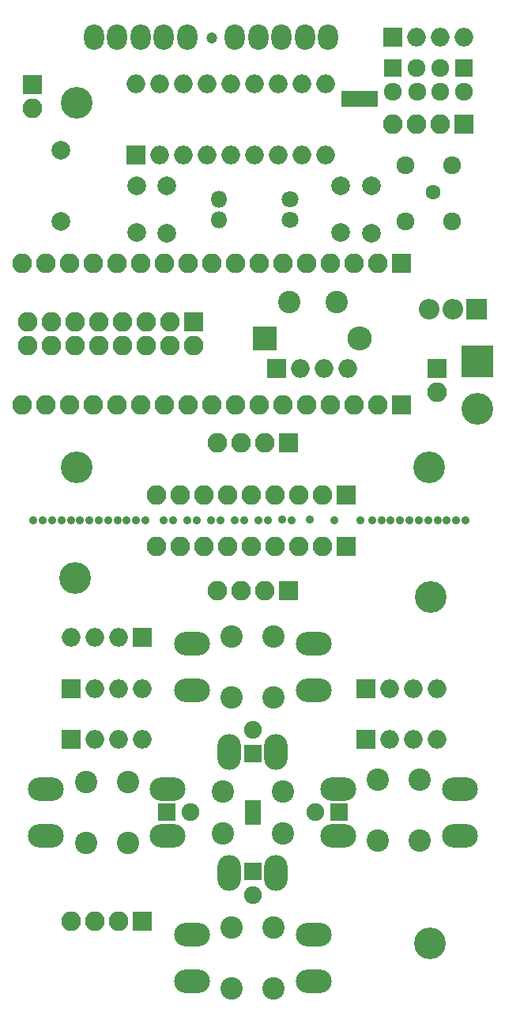
<source format=gbs>
G04 #@! TF.FileFunction,Soldermask,Bot*
%FSLAX45Y45*%
G04 Gerber Fmt 4.5, Leading zero omitted, Abs format (unit mm)*
G04 Created by KiCad (PCBNEW 4.0.6-e0-6349~53~ubuntu16.04.1) date Fri May  5 10:31:02 2017*
%MOMM*%
%LPD*%
G01*
G04 APERTURE LIST*
%ADD10C,0.020000*%
%ADD11R,1.900000X1.900000*%
%ADD12C,1.900000*%
%ADD13C,3.400000*%
%ADD14R,2.100000X2.100000*%
%ADD15O,2.100000X2.100000*%
%ADD16C,2.400000*%
%ADD17O,3.833200X2.514400*%
%ADD18O,2.514400X3.833200*%
%ADD19R,2.000000X2.000000*%
%ADD20O,2.000000X2.000000*%
%ADD21R,3.400000X3.400000*%
%ADD22R,2.600000X2.600000*%
%ADD23O,2.600000X2.600000*%
%ADD24C,1.924000*%
%ADD25C,2.000000*%
%ADD26C,1.800000*%
%ADD27O,1.800000X1.800000*%
%ADD28C,2.000200*%
%ADD29O,2.124000X2.710000*%
%ADD30R,1.924000X1.924000*%
%ADD31R,1.670000X1.370000*%
%ADD32R,2.200000X2.200000*%
%ADD33O,2.200000X2.200000*%
%ADD34R,1.370000X1.670000*%
%ADD35C,1.200000*%
%ADD36C,1.600000*%
%ADD37C,0.900000*%
G04 APERTURE END LIST*
D10*
D11*
X13425600Y-12099544D03*
D12*
X13171600Y-12099544D03*
D11*
X12500000Y-11468100D03*
D12*
X12500000Y-11214100D03*
D11*
X11574400Y-12099544D03*
D12*
X11828400Y-12099544D03*
D11*
X12500000Y-12735560D03*
D12*
X12500000Y-12989560D03*
D13*
X14400306Y-13500608D03*
D14*
X11316716Y-13267980D03*
D15*
X11062716Y-13267980D03*
X10808716Y-13267980D03*
X10554716Y-13267980D03*
D16*
X12725000Y-13985120D03*
X12275000Y-13985120D03*
X12725000Y-13335120D03*
X12275000Y-13335120D03*
D17*
X11850356Y-13412660D03*
X11850356Y-13912660D03*
X13150356Y-13912660D03*
X13150356Y-13412660D03*
D16*
X11160400Y-12424544D03*
X10710400Y-12424544D03*
X11160400Y-11774544D03*
X10710400Y-11774544D03*
D17*
X10285716Y-11850814D03*
X10285716Y-12350814D03*
X11585716Y-12350814D03*
X11585716Y-11850814D03*
D16*
X12175000Y-12324544D03*
X12175000Y-11874544D03*
X12825000Y-12324544D03*
X12825000Y-11874544D03*
D18*
X12750000Y-11449544D03*
X12250000Y-11449544D03*
X12250000Y-12749544D03*
X12750000Y-12749544D03*
D19*
X10552176Y-11320272D03*
D20*
X10806176Y-11320272D03*
X11060176Y-11320272D03*
X11314176Y-11320272D03*
D19*
X10552176Y-10774680D03*
D20*
X10806176Y-10774680D03*
X11060176Y-10774680D03*
X11314176Y-10774680D03*
D16*
X13839600Y-11749540D03*
X14289600Y-11749540D03*
X13839600Y-12399540D03*
X14289600Y-12399540D03*
D17*
X14714996Y-12348020D03*
X14714996Y-11848020D03*
X13414996Y-11848020D03*
X13414996Y-12348020D03*
D19*
X13711428Y-11320272D03*
D20*
X13965428Y-11320272D03*
X14219428Y-11320272D03*
X14473428Y-11320272D03*
D19*
X13711428Y-10774680D03*
D20*
X13965428Y-10774680D03*
X14219428Y-10774680D03*
X14473428Y-10774680D03*
D16*
X12725000Y-10871080D03*
X12275000Y-10871080D03*
X12725000Y-10221080D03*
X12275000Y-10221080D03*
D17*
X11850356Y-10294556D03*
X11850356Y-10794556D03*
X13150356Y-10794556D03*
X13150356Y-10294556D03*
D19*
X11318748Y-10229088D03*
D20*
X11064748Y-10229088D03*
X10810748Y-10229088D03*
X10556748Y-10229088D03*
D13*
X10599660Y-9592310D03*
X14402540Y-9795764D03*
D14*
X12881000Y-9723120D03*
D15*
X12627000Y-9723120D03*
X12373000Y-9723120D03*
X12119000Y-9723120D03*
D14*
X13500000Y-9250000D03*
D15*
X13246000Y-9250000D03*
X12992000Y-9250000D03*
X12738000Y-9250000D03*
X12484000Y-9250000D03*
X12230000Y-9250000D03*
X11976000Y-9250000D03*
X11722000Y-9250000D03*
X11468000Y-9250000D03*
D14*
X13500000Y-8700000D03*
D15*
X13246000Y-8700000D03*
X12992000Y-8700000D03*
X12738000Y-8700000D03*
X12484000Y-8700000D03*
X12230000Y-8700000D03*
X11976000Y-8700000D03*
X11722000Y-8700000D03*
X11468000Y-8700000D03*
D13*
X14385798Y-8405622D03*
D14*
X12881000Y-8139176D03*
D15*
X12627000Y-8139176D03*
X12373000Y-8139176D03*
X12119000Y-8139176D03*
D13*
X10610850Y-8404860D03*
D21*
X14903196Y-7273290D03*
D13*
X14903196Y-7781290D03*
D14*
X14470380Y-7349490D03*
D15*
X14470380Y-7603490D03*
D14*
X14089380Y-7739380D03*
D15*
X13835380Y-7739380D03*
X13581380Y-7739380D03*
X13327380Y-7739380D03*
X13073380Y-7739380D03*
X12819380Y-7739380D03*
X12565380Y-7739380D03*
X12311380Y-7739380D03*
X12057380Y-7739380D03*
X11803380Y-7739380D03*
X11549380Y-7739380D03*
X11295380Y-7739380D03*
X11041380Y-7739380D03*
X10787380Y-7739380D03*
X10533380Y-7739380D03*
X10279380Y-7739380D03*
X10025380Y-7739380D03*
D14*
X11869420Y-6847840D03*
D15*
X11869420Y-7101840D03*
X11615420Y-6847840D03*
X11615420Y-7101840D03*
X11361420Y-6847840D03*
X11361420Y-7101840D03*
X11107420Y-6847840D03*
X11107420Y-7101840D03*
X10853420Y-6847840D03*
X10853420Y-7101840D03*
X10599420Y-6847840D03*
X10599420Y-7101840D03*
X10345420Y-6847840D03*
X10345420Y-7101840D03*
X10091420Y-6847840D03*
X10091420Y-7101840D03*
D19*
X12758928Y-7350252D03*
D20*
X13012928Y-7350252D03*
X13266928Y-7350252D03*
X13520928Y-7350252D03*
D22*
X12629388Y-7022592D03*
D23*
X13645388Y-7022592D03*
D16*
X13397484Y-6636004D03*
X12889484Y-6635004D03*
D14*
X14089380Y-6225032D03*
D15*
X13835380Y-6225032D03*
X13581380Y-6225032D03*
X13327380Y-6225032D03*
X13073380Y-6225032D03*
X12819380Y-6225032D03*
X12565380Y-6225032D03*
X12311380Y-6225032D03*
X12057380Y-6225032D03*
X11803380Y-6225032D03*
X11549380Y-6225032D03*
X11295380Y-6225032D03*
X11041380Y-6225032D03*
X10787380Y-6225032D03*
X10533380Y-6225032D03*
X10279380Y-6225032D03*
X10025380Y-6225032D03*
D24*
X14635480Y-5773140D03*
X14132560Y-5773140D03*
X14132560Y-5168620D03*
X14635480Y-5168620D03*
D25*
X13771880Y-5895340D03*
X13771880Y-5395340D03*
X13444220Y-5394960D03*
X13444220Y-5894960D03*
D26*
X12900660Y-5758180D03*
D27*
X12138660Y-5758180D03*
D26*
X12900660Y-5532120D03*
D27*
X12138660Y-5532120D03*
D25*
X11578336Y-5895340D03*
X11578336Y-5395340D03*
D13*
X10614660Y-4501896D03*
D25*
X11257026Y-5395214D03*
X11257026Y-5895214D03*
D28*
X10444480Y-5772404D03*
X10444480Y-5012436D03*
D19*
X11244580Y-5059680D03*
D20*
X13276580Y-4297680D03*
X11498580Y-5059680D03*
X13022580Y-4297680D03*
X11752580Y-5059680D03*
X12768580Y-4297680D03*
X12006580Y-5059680D03*
X12514580Y-4297680D03*
X12260580Y-5059680D03*
X12260580Y-4297680D03*
X12514580Y-5059680D03*
X12006580Y-4297680D03*
X12768580Y-5059680D03*
X11752580Y-4297680D03*
X13022580Y-5059680D03*
X11498580Y-4297680D03*
X13276580Y-5059680D03*
X11244580Y-4297680D03*
D14*
X10142220Y-4310380D03*
D15*
X10142220Y-4564380D03*
D29*
X11297920Y-3799840D03*
X11547920Y-3799840D03*
X11797920Y-3799840D03*
X10797920Y-3799840D03*
X11047920Y-3799840D03*
X12806680Y-3799840D03*
X13056680Y-3799840D03*
X13306680Y-3799840D03*
X12306680Y-3799840D03*
X12556680Y-3799840D03*
D14*
X14765528Y-4732020D03*
D15*
X14511528Y-4732020D03*
X14257528Y-4732020D03*
X14003528Y-4732020D03*
D19*
X13997940Y-3799840D03*
D20*
X14251940Y-3799840D03*
X14505940Y-3799840D03*
X14759940Y-3799840D03*
D30*
X14003020Y-4130040D03*
D24*
X14257020Y-4130040D03*
X14511020Y-4130040D03*
D30*
X14765020Y-4130040D03*
D24*
X14765020Y-4384040D03*
X14511020Y-4384040D03*
X14262100Y-4384040D03*
X14003020Y-4384040D03*
D31*
X12500000Y-12035544D03*
X12500000Y-12163544D03*
D32*
X14897608Y-6711188D03*
D33*
X14643608Y-6711188D03*
X14389608Y-6711188D03*
D34*
X13774420Y-4457700D03*
X13647420Y-4457700D03*
X13520420Y-4457700D03*
D35*
X12057888Y-3811524D03*
D36*
X14428216Y-5459476D03*
D37*
X14778154Y-8969756D03*
X14678154Y-8969756D03*
X14578154Y-8969756D03*
X14478154Y-8969756D03*
X14378154Y-8969756D03*
X14278154Y-8969756D03*
X14178154Y-8969756D03*
X14078154Y-8969756D03*
X13978154Y-8969756D03*
X13878154Y-8969756D03*
X13778154Y-8969756D03*
X11350000Y-8969756D03*
X11250000Y-8969756D03*
X13648944Y-8970264D03*
X13369798Y-8970264D03*
X12916154Y-8969756D03*
X12662154Y-8969756D03*
X12408154Y-8969756D03*
X12154154Y-8969756D03*
X11900154Y-8969756D03*
X13106908Y-8967978D03*
X12815316Y-8967216D03*
X12560808Y-8970264D03*
X12307824Y-8969502D03*
X12052808Y-8969248D03*
X11800840Y-8969756D03*
X11545062Y-8969502D03*
X11646154Y-8969756D03*
X11150000Y-8969756D03*
X11050000Y-8969756D03*
X10950000Y-8969756D03*
X10850000Y-8969756D03*
X10750000Y-8969756D03*
X10650000Y-8969756D03*
X10550000Y-8969756D03*
X10450000Y-8969756D03*
X10350000Y-8969756D03*
X10250000Y-8969756D03*
X10150094Y-8969756D03*
M02*

</source>
